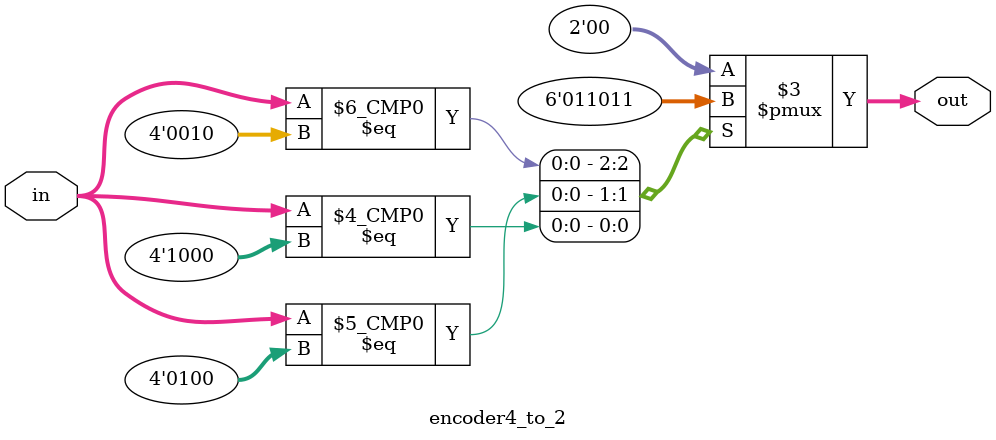
<source format=v>
module encoder4_to_2(
    input wire [3:0] in,
    output reg [1:0] out
);

always@(*) begin

    case(in)
    4'b0001: out = 2'b00;
    4'b0010: out = 2'b01;
    4'b0100: out = 2'b10;
    4'b1000: out = 2'b11;
    default: out = 2'b00; // Default case for invalid input
    endcase


end

endmodule
</source>
